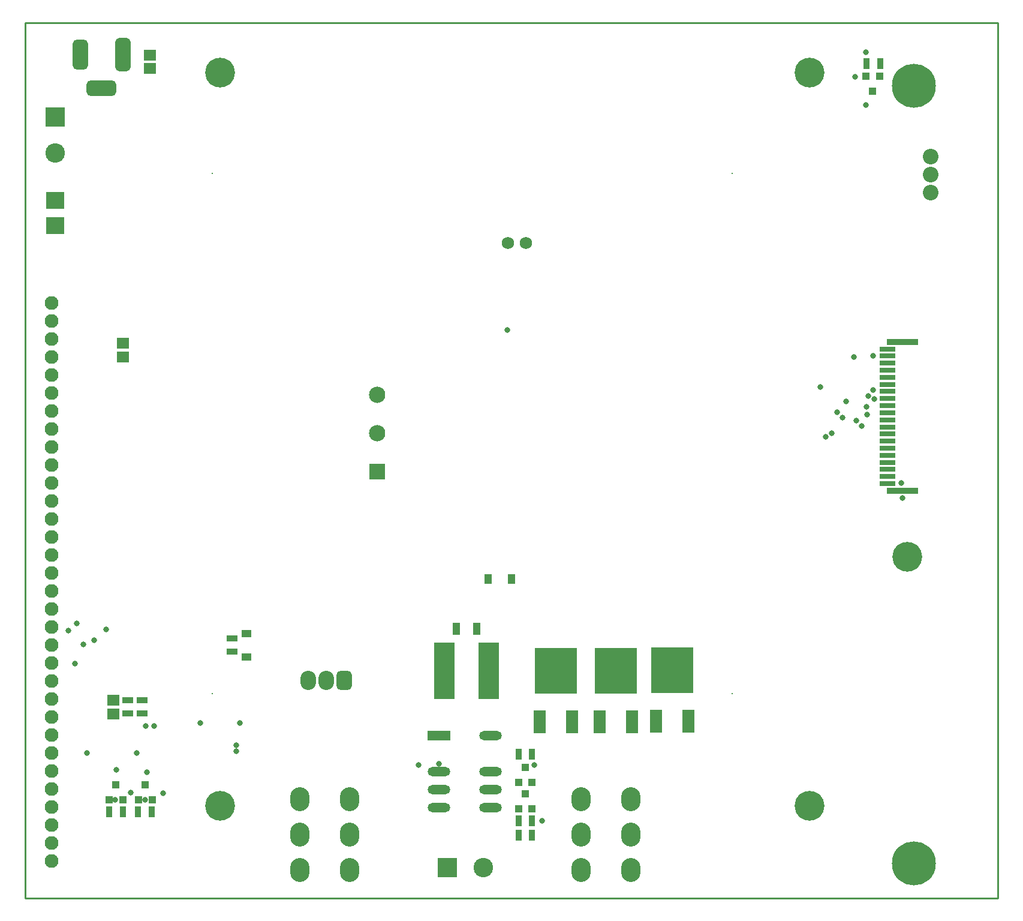
<source format=gts>
G04*
G04 #@! TF.GenerationSoftware,Altium Limited,CircuitStudio,1.5.2 (1.5.2.30)*
G04*
G04 Layer_Color=20142*
%FSLAX44Y44*%
%MOMM*%
G71*
G01*
G75*
%ADD28C,0.2500*%
%ADD50R,1.0160X1.1176*%
%ADD51R,1.1132X1.4232*%
%ADD52R,6.0032X6.4032*%
%ADD53R,1.8032X3.2032*%
%ADD54R,2.9532X8.0232*%
%ADD55R,1.1032X1.8032*%
%ADD56R,3.2032X1.3132*%
%ADD57O,3.2032X1.3132*%
%ADD58R,0.9032X1.5032*%
%ADD59R,2.2032X0.8032*%
%ADD60R,4.4032X0.9032*%
%ADD61R,1.8032X1.5032*%
%ADD62R,1.4232X1.1132*%
%ADD63R,1.5032X0.9032*%
%ADD64R,2.6032X2.3632*%
%ADD65C,1.9532*%
%ADD66C,6.2032*%
%ADD67O,2.7432X3.3782*%
%ADD68R,2.7432X2.7432*%
%ADD69C,2.7432*%
%ADD70C,4.2032*%
%ADD71C,2.2032*%
G04:AMPARAMS|DCode=72|XSize=2.2032mm|YSize=4.2032mm|CornerRadius=0.6016mm|HoleSize=0mm|Usage=FLASHONLY|Rotation=180.000|XOffset=0mm|YOffset=0mm|HoleType=Round|Shape=RoundedRectangle|*
%AMROUNDEDRECTD72*
21,1,2.2032,3.0000,0,0,180.0*
21,1,1.0000,4.2032,0,0,180.0*
1,1,1.2032,-0.5000,1.5000*
1,1,1.2032,0.5000,1.5000*
1,1,1.2032,0.5000,-1.5000*
1,1,1.2032,-0.5000,-1.5000*
%
%ADD72ROUNDEDRECTD72*%
G04:AMPARAMS|DCode=73|XSize=2.2032mm|YSize=4.7032mm|CornerRadius=0.6016mm|HoleSize=0mm|Usage=FLASHONLY|Rotation=0.000|XOffset=0mm|YOffset=0mm|HoleType=Round|Shape=RoundedRectangle|*
%AMROUNDEDRECTD73*
21,1,2.2032,3.5000,0,0,0.0*
21,1,1.0000,4.7032,0,0,0.0*
1,1,1.2032,0.5000,-1.7500*
1,1,1.2032,-0.5000,-1.7500*
1,1,1.2032,-0.5000,1.7500*
1,1,1.2032,0.5000,1.7500*
%
%ADD73ROUNDEDRECTD73*%
G04:AMPARAMS|DCode=74|XSize=2.2032mm|YSize=4.2032mm|CornerRadius=0.6016mm|HoleSize=0mm|Usage=FLASHONLY|Rotation=90.000|XOffset=0mm|YOffset=0mm|HoleType=Round|Shape=RoundedRectangle|*
%AMROUNDEDRECTD74*
21,1,2.2032,3.0000,0,0,90.0*
21,1,1.0000,4.2032,0,0,90.0*
1,1,1.2032,1.5000,0.5000*
1,1,1.2032,1.5000,-0.5000*
1,1,1.2032,-1.5000,-0.5000*
1,1,1.2032,-1.5000,0.5000*
%
%ADD74ROUNDEDRECTD74*%
G04:AMPARAMS|DCode=75|XSize=2.2032mm|YSize=2.7032mm|CornerRadius=0.6016mm|HoleSize=0mm|Usage=FLASHONLY|Rotation=0.000|XOffset=0mm|YOffset=0mm|HoleType=Round|Shape=RoundedRectangle|*
%AMROUNDEDRECTD75*
21,1,2.2032,1.5000,0,0,0.0*
21,1,1.0000,2.7032,0,0,0.0*
1,1,1.2032,0.5000,-0.7500*
1,1,1.2032,-0.5000,-0.7500*
1,1,1.2032,-0.5000,0.7500*
1,1,1.2032,0.5000,0.7500*
%
%ADD75ROUNDEDRECTD75*%
%ADD76O,2.2032X2.7032*%
%ADD77C,0.2032*%
%ADD78C,2.3032*%
%ADD79R,2.3032X2.3032*%
%ADD80C,1.7272*%
%ADD81R,2.7432X2.7432*%
%ADD82C,0.8032*%
D28*
X1601500Y1461000D02*
X2974500Y1461000D01*
Y2696000D01*
X1601500D02*
X2974500D01*
X1601500Y1461000D02*
Y2696000D01*
D50*
X1729424Y1621088D02*
D03*
X1739076Y1599912D02*
D03*
X1719924D02*
D03*
X1770924Y1621088D02*
D03*
X1780576Y1599912D02*
D03*
X1761424D02*
D03*
X2807576Y2620588D02*
D03*
X2788424D02*
D03*
X2798076Y2599412D02*
D03*
X2307424Y1645588D02*
D03*
X2317076Y1624412D02*
D03*
X2297924D02*
D03*
X2307424Y1608588D02*
D03*
X2317076Y1587412D02*
D03*
X2297924D02*
D03*
D51*
X2288100Y1911500D02*
D03*
X2255400D02*
D03*
D52*
X2515000Y1783000D02*
D03*
X2350493Y1781490D02*
D03*
X2435493D02*
D03*
D53*
X2537900Y1711000D02*
D03*
X2492100D02*
D03*
X2373393Y1709490D02*
D03*
X2327593D02*
D03*
X2458392D02*
D03*
X2412592D02*
D03*
D54*
X2255800Y1781500D02*
D03*
X2193200D02*
D03*
D55*
X2239000Y1841000D02*
D03*
X2210000D02*
D03*
D56*
X2185698Y1690250D02*
D03*
D57*
Y1639450D02*
D03*
X2258598Y1690250D02*
D03*
Y1639450D02*
D03*
Y1614050D02*
D03*
X2185698D02*
D03*
X2258598Y1588650D02*
D03*
X2185698D02*
D03*
D58*
X2808493Y2638997D02*
D03*
X2789493D02*
D03*
X2298000Y1570000D02*
D03*
X2317000D02*
D03*
Y1550010D02*
D03*
X2298000D02*
D03*
X2317000Y1664000D02*
D03*
X2298000D02*
D03*
X1720000Y1583000D02*
D03*
X1739000D02*
D03*
X1780000D02*
D03*
X1761000D02*
D03*
D59*
X2819000Y2046000D02*
D03*
Y2056000D02*
D03*
Y2066000D02*
D03*
Y2076000D02*
D03*
Y2086000D02*
D03*
Y2096000D02*
D03*
Y2106000D02*
D03*
Y2116000D02*
D03*
Y2126000D02*
D03*
Y2136000D02*
D03*
Y2146000D02*
D03*
Y2156000D02*
D03*
Y2166000D02*
D03*
Y2176000D02*
D03*
Y2186000D02*
D03*
Y2196000D02*
D03*
Y2206000D02*
D03*
Y2216000D02*
D03*
Y2226000D02*
D03*
Y2236000D02*
D03*
D60*
X2840000Y2246000D02*
D03*
Y2036000D02*
D03*
D61*
X1739750Y2244000D02*
D03*
Y2225000D02*
D03*
X1777500Y2631500D02*
D03*
Y2650500D02*
D03*
X1725510Y1739995D02*
D03*
Y1720994D02*
D03*
D62*
X1913500Y1801650D02*
D03*
Y1834350D02*
D03*
D63*
X1766500Y1740500D02*
D03*
Y1721500D02*
D03*
X1746500Y1721500D02*
D03*
Y1740500D02*
D03*
X1893500Y1827750D02*
D03*
Y1808750D02*
D03*
D64*
X1644000Y2446000D02*
D03*
Y2410500D02*
D03*
D65*
X1639000Y2250100D02*
D03*
Y2224700D02*
D03*
Y2199300D02*
D03*
Y2173900D02*
D03*
Y2148500D02*
D03*
Y2123100D02*
D03*
Y2097700D02*
D03*
Y1691300D02*
D03*
Y1716700D02*
D03*
Y1919900D02*
D03*
Y1945300D02*
D03*
Y1996100D02*
D03*
Y2021500D02*
D03*
Y2046900D02*
D03*
Y2072300D02*
D03*
Y2275500D02*
D03*
Y2300900D02*
D03*
Y1970700D02*
D03*
Y1767500D02*
D03*
Y1742100D02*
D03*
Y1843700D02*
D03*
Y1869100D02*
D03*
Y1818300D02*
D03*
Y1792900D02*
D03*
Y1894500D02*
D03*
Y1615100D02*
D03*
Y1640500D02*
D03*
Y1665900D02*
D03*
Y1589700D02*
D03*
Y1538900D02*
D03*
Y1564300D02*
D03*
Y1513500D02*
D03*
D66*
X2856500Y1510000D02*
D03*
Y2607000D02*
D03*
D67*
X1988948Y1501000D02*
D03*
X2059052D02*
D03*
Y1551000D02*
D03*
X1988948D02*
D03*
X2059052Y1601000D02*
D03*
X1988948D02*
D03*
X2386448Y1501000D02*
D03*
X2456552D02*
D03*
Y1551000D02*
D03*
X2386448D02*
D03*
X2456552Y1601000D02*
D03*
X2386448D02*
D03*
D68*
X1644000Y2563500D02*
D03*
D69*
Y2512700D02*
D03*
X2248498Y1504000D02*
D03*
D70*
X1876500Y2626000D02*
D03*
X2709000D02*
D03*
X1876500Y1591000D02*
D03*
X2709000D02*
D03*
X2846500Y1943000D02*
D03*
D71*
X2879500Y2456600D02*
D03*
Y2482000D02*
D03*
Y2507400D02*
D03*
D72*
X1679000Y2651000D02*
D03*
D73*
X1739000D02*
D03*
D74*
X1709000Y2604000D02*
D03*
D75*
X2051900Y1768000D02*
D03*
D76*
X2026500D02*
D03*
X2001100D02*
D03*
D77*
X1865400Y1749900D02*
D03*
X2599600D02*
D03*
Y2484100D02*
D03*
X1865400D02*
D03*
D78*
X2098400Y2171500D02*
D03*
Y2117100D02*
D03*
D79*
Y2062700D02*
D03*
D80*
X2282600Y2385250D02*
D03*
X2308000D02*
D03*
D81*
X2197698Y1504000D02*
D03*
D82*
X2838500Y2047000D02*
D03*
X2840000Y2025500D02*
D03*
X2724500Y2182000D02*
D03*
X2731500Y2112000D02*
D03*
X2790500Y2143000D02*
D03*
X2791500Y2170000D02*
D03*
X2798500Y2178000D02*
D03*
X2789500Y2154000D02*
D03*
X2800500Y2165000D02*
D03*
X2782500Y2127000D02*
D03*
X2774500Y2135000D02*
D03*
X2740500Y2117000D02*
D03*
X2747500Y2147000D02*
D03*
X2755500Y2139000D02*
D03*
X2760500Y2161998D02*
D03*
X2771500Y2225000D02*
D03*
X2798500Y2226000D02*
D03*
X2773500Y2620000D02*
D03*
X2788500Y2580000D02*
D03*
Y2655014D02*
D03*
X1671500Y1792000D02*
D03*
X2331500Y1570000D02*
D03*
X2156500Y1649000D02*
D03*
X1904500Y1708000D02*
D03*
X1848500D02*
D03*
X1715500Y1840000D02*
D03*
X1770500Y1600000D02*
D03*
X1728502Y1599999D02*
D03*
X1750500Y1610000D02*
D03*
X1674500Y1849000D02*
D03*
X1698500Y1825000D02*
D03*
X1795869Y1609000D02*
D03*
X1773500Y1639000D02*
D03*
X1662500Y1839000D02*
D03*
X1683500Y1819000D02*
D03*
X1730500Y1642000D02*
D03*
X1688500Y1666000D02*
D03*
X1758500D02*
D03*
X2320250Y1648750D02*
D03*
X2282500Y2262750D02*
D03*
X2185500Y1651000D02*
D03*
X1899500Y1668678D02*
D03*
X1771501Y1703999D02*
D03*
X1783501D02*
D03*
X1899500Y1677218D02*
D03*
M02*

</source>
